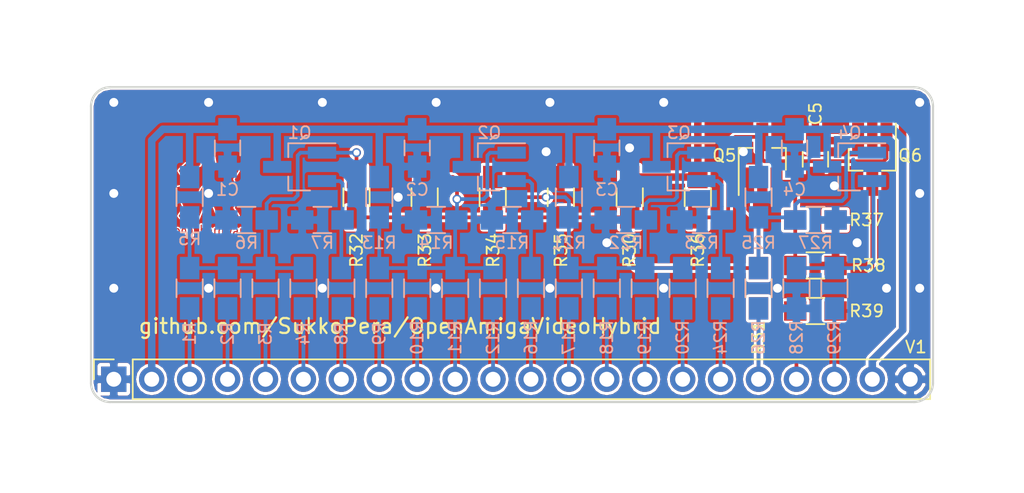
<source format=kicad_pcb>
(kicad_pcb (version 4) (host pcbnew 4.0.7)
  (title_block (title OpenAmigaVideoHybrid) (date 2018-07-15) (rev 1) (company SukkoPera))
  (layers (0 F.Cu mixed) (31 B.Cu mixed) (36 B.SilkS user) (37 F.SilkS user) (38 B.Mask user) (39 F.Mask user) (44 Edge.Cuts user))
  (net 0 "")
  (net 1 VCC)
  (net 2 GND)
  (net 3 /dr3)
  (net 4 /dr2)
  (net 5 /dr1)
  (net 6 /dr0)
  (net 7 /red)
  (net 8 /dg3)
  (net 9 /dg2)
  (net 10 /dg1)
  (net 11 /dg0)
  (net 12 /green)
  (net 13 /db3)
  (net 14 /db2)
  (net 15 /db1)
  (net 16 /db0)
  (net 17 /blue)
  (net 18 /csync)
  (net 19 /comp)
  (net 20 /sync)
  (net 21 "Net-(Q1-Pad1)")
  (net 22 "Net-(Q1-Pad2)")
  (net 23 "Net-(Q2-Pad1)")
  (net 24 "Net-(Q2-Pad2)")
  (net 25 "Net-(Q3-Pad1)")
  (net 26 "Net-(Q3-Pad2)")
  (net 27 "Net-(Q4-Pad1)")
  (net 28 "Net-(Q4-Pad2)")
  (net 29 "Net-(Q5-Pad1)")
  (net 30 "Net-(Q5-Pad2)")
  (net 31 "Net-(Q5-Pad3)")
  (net 32 "Net-(Q6-Pad3)")
  (module Capacitors_SMD:C_0805_HandSoldering (layer B.Cu) (at 127 108.966 270)
    (fp_text reference C1 (at 2.794 0 360) (layer B.SilkS) (effects (font (size 0.8 0.8) (thickness 0.12)) (justify mirror)))
    (fp_text value 100n)
    (pad 1 smd rect (at -1.25 0 270) (size 1.5 1.25) (layers B.Cu B.Mask) (net 1 VCC))
    (pad 2 smd rect (at 1.25 0 270) (size 1.5 1.25) (layers B.Cu B.Mask) (net 2 GND))
  )
  (module Capacitors_SMD:C_0805_HandSoldering (layer B.Cu) (at 139.7 108.966 270)
    (fp_text reference C2 (at 2.794 0 360) (layer B.SilkS) (effects (font (size 0.8 0.8) (thickness 0.12)) (justify mirror)))
    (fp_text value 100n)
    (pad 1 smd rect (at -1.25 0 270) (size 1.5 1.25) (layers B.Cu B.Mask) (net 1 VCC))
    (pad 2 smd rect (at 1.25 0 270) (size 1.5 1.25) (layers B.Cu B.Mask) (net 2 GND))
  )
  (module Capacitors_SMD:C_0805_HandSoldering (layer B.Cu) (at 152.4 108.966 270)
    (fp_text reference C3 (at 2.794 0 360) (layer B.SilkS) (effects (font (size 0.8 0.8) (thickness 0.12)) (justify mirror)))
    (fp_text value 100n)
    (pad 1 smd rect (at -1.25 0 270) (size 1.5 1.25) (layers B.Cu B.Mask) (net 1 VCC))
    (pad 2 smd rect (at 1.25 0 270) (size 1.5 1.25) (layers B.Cu B.Mask) (net 2 GND))
  )
  (module Capacitors_SMD:C_0805_HandSoldering (layer B.Cu) (at 164.973 108.966 270)
    (fp_text reference C4 (at 2.794 0 360) (layer B.SilkS) (effects (font (size 0.8 0.8) (thickness 0.12)) (justify mirror)))
    (fp_text value 100n)
    (pad 1 smd rect (at -1.25 0 270) (size 1.5 1.25) (layers B.Cu B.Mask) (net 1 VCC))
    (pad 2 smd rect (at 1.25 0 270) (size 1.5 1.25) (layers B.Cu B.Mask) (net 2 GND))
  )
  (module Capacitors_SMD:C_0805_HandSoldering (layer F.Cu) (at 166.37 109.728 270)
    (fp_text reference C5 (at -3.048 0 270) (layer F.SilkS) (effects (font (size 0.8 0.8) (thickness 0.12))))
    (fp_text value 100n)
    (pad 1 smd rect (at -1.25 0 270) (size 1.5 1.25) (layers F.Cu F.Mask) (net 1 VCC))
    (pad 2 smd rect (at 1.25 0 270) (size 1.5 1.25) (layers F.Cu F.Mask) (net 2 GND))
  )
  (module Resistors_SMD:R_0805_HandSoldering (layer B.Cu) (at 124.46 118.364 270)
    (fp_text reference R1 (at 3.048 0 270) (layer B.SilkS) (effects (font (size 0.8 0.8) (thickness 0.12)) (justify mirror)))
    (fp_text value 1k)
    (pad 1 smd rect (at -1.35 0 270) (size 1.5 1.3) (layers B.Cu B.Mask) (net 22 "Net-(Q1-Pad2)"))
    (pad 2 smd rect (at 1.35 0 270) (size 1.5 1.3) (layers B.Cu B.Mask) (net 3 /dr3))
  )
  (module Resistors_SMD:R_0805_HandSoldering (layer B.Cu) (at 127 118.364 270)
    (fp_text reference R2 (at 3.048 0 270) (layer B.SilkS) (effects (font (size 0.8 0.8) (thickness 0.12)) (justify mirror)))
    (fp_text value 2k)
    (pad 1 smd rect (at -1.35 0 270) (size 1.5 1.3) (layers B.Cu B.Mask) (net 22 "Net-(Q1-Pad2)"))
    (pad 2 smd rect (at 1.35 0 270) (size 1.5 1.3) (layers B.Cu B.Mask) (net 4 /dr2))
  )
  (module Resistors_SMD:R_0805_HandSoldering (layer B.Cu) (at 129.54 118.364 270)
    (fp_text reference R3 (at 3.048 0 270) (layer B.SilkS) (effects (font (size 0.8 0.8) (thickness 0.12)) (justify mirror)))
    (fp_text value 4k)
    (pad 1 smd rect (at -1.35 0 270) (size 1.5 1.3) (layers B.Cu B.Mask) (net 22 "Net-(Q1-Pad2)"))
    (pad 2 smd rect (at 1.35 0 270) (size 1.5 1.3) (layers B.Cu B.Mask) (net 5 /dr1))
  )
  (module Resistors_SMD:R_0805_HandSoldering (layer B.Cu) (at 132.08 118.364 270)
    (fp_text reference R4 (at 3.048 0 270) (layer B.SilkS) (effects (font (size 0.8 0.8) (thickness 0.12)) (justify mirror)))
    (fp_text value 8k)
    (pad 1 smd rect (at -1.35 0 270) (size 1.5 1.3) (layers B.Cu B.Mask) (net 22 "Net-(Q1-Pad2)"))
    (pad 2 smd rect (at 1.35 0 270) (size 1.5 1.3) (layers B.Cu B.Mask) (net 6 /dr0))
  )
  (module Resistors_SMD:R_0805_HandSoldering (layer B.Cu) (at 124.46 112.268 270)
    (fp_text reference R5 (at 2.794 0 360) (layer B.SilkS) (effects (font (size 0.8 0.8) (thickness 0.12)) (justify mirror)))
    (fp_text value 470)
    (pad 1 smd rect (at -1.35 0 270) (size 1.5 1.3) (layers B.Cu B.Mask) (net 1 VCC))
    (pad 2 smd rect (at 1.35 0 270) (size 1.5 1.3) (layers B.Cu B.Mask) (net 22 "Net-(Q1-Pad2)"))
  )
  (module Resistors_SMD:R_0805_HandSoldering (layer B.Cu) (at 128.27 113.792 180)
    (fp_text reference R6 (at 0 -1.524 180) (layer B.SilkS) (effects (font (size 0.8 0.8) (thickness 0.12)) (justify mirror)))
    (fp_text value 390)
    (pad 1 smd rect (at -1.35 0 180) (size 1.5 1.3) (layers B.Cu B.Mask) (net 22 "Net-(Q1-Pad2)"))
    (pad 2 smd rect (at 1.35 0 180) (size 1.5 1.3) (layers B.Cu B.Mask) (net 2 GND))
  )
  (module Resistors_SMD:R_0805_HandSoldering (layer B.Cu) (at 133.35 113.792 180)
    (fp_text reference R7 (at 0 -1.524 180) (layer B.SilkS) (effects (font (size 0.8 0.8) (thickness 0.12)) (justify mirror)))
    (fp_text value 75)
    (pad 1 smd rect (at -1.35 0 180) (size 1.5 1.3) (layers B.Cu B.Mask) (net 21 "Net-(Q1-Pad1)"))
    (pad 2 smd rect (at 1.35 0 180) (size 1.5 1.3) (layers B.Cu B.Mask) (net 2 GND))
  )
  (module Resistors_SMD:R_0805_HandSoldering (layer B.Cu) (at 134.62 118.364 90)
    (fp_text reference R8 (at -3.048 0 90) (layer B.SilkS) (effects (font (size 0.8 0.8) (thickness 0.12)) (justify mirror)))
    (fp_text value 75)
    (pad 1 smd rect (at -1.35 0 90) (size 1.5 1.3) (layers B.Cu B.Mask) (net 7 /red))
    (pad 2 smd rect (at 1.35 0 90) (size 1.5 1.3) (layers B.Cu B.Mask) (net 21 "Net-(Q1-Pad1)"))
  )
  (module Resistors_SMD:R_0805_HandSoldering (layer B.Cu) (at 137.16 118.364 270)
    (fp_text reference R9 (at 3.048 0 270) (layer B.SilkS) (effects (font (size 0.8 0.8) (thickness 0.12)) (justify mirror)))
    (fp_text value 1k)
    (pad 1 smd rect (at -1.35 0 270) (size 1.5 1.3) (layers B.Cu B.Mask) (net 24 "Net-(Q2-Pad2)"))
    (pad 2 smd rect (at 1.35 0 270) (size 1.5 1.3) (layers B.Cu B.Mask) (net 8 /dg3))
  )
  (module Resistors_SMD:R_0805_HandSoldering (layer B.Cu) (at 139.7 118.364 270)
    (fp_text reference R10 (at 3.302 0 270) (layer B.SilkS) (effects (font (size 0.8 0.8) (thickness 0.12)) (justify mirror)))
    (fp_text value 2k)
    (pad 1 smd rect (at -1.35 0 270) (size 1.5 1.3) (layers B.Cu B.Mask) (net 24 "Net-(Q2-Pad2)"))
    (pad 2 smd rect (at 1.35 0 270) (size 1.5 1.3) (layers B.Cu B.Mask) (net 9 /dg2))
  )
  (module Resistors_SMD:R_0805_HandSoldering (layer B.Cu) (at 142.24 118.364 270)
    (fp_text reference R11 (at 3.302 0 270) (layer B.SilkS) (effects (font (size 0.8 0.8) (thickness 0.12)) (justify mirror)))
    (fp_text value 4k)
    (pad 1 smd rect (at -1.35 0 270) (size 1.5 1.3) (layers B.Cu B.Mask) (net 24 "Net-(Q2-Pad2)"))
    (pad 2 smd rect (at 1.35 0 270) (size 1.5 1.3) (layers B.Cu B.Mask) (net 10 /dg1))
  )
  (module Resistors_SMD:R_0805_HandSoldering (layer B.Cu) (at 144.78 118.364 270)
    (fp_text reference R12 (at 3.302 0 270) (layer B.SilkS) (effects (font (size 0.8 0.8) (thickness 0.12)) (justify mirror)))
    (fp_text value 8k)
    (pad 1 smd rect (at -1.35 0 270) (size 1.5 1.3) (layers B.Cu B.Mask) (net 24 "Net-(Q2-Pad2)"))
    (pad 2 smd rect (at 1.35 0 270) (size 1.5 1.3) (layers B.Cu B.Mask) (net 11 /dg0))
  )
  (module Resistors_SMD:R_0805_HandSoldering (layer B.Cu) (at 137.16 112.268 270)
    (fp_text reference R13 (at 3.048 0 360) (layer B.SilkS) (effects (font (size 0.8 0.8) (thickness 0.12)) (justify mirror)))
    (fp_text value 470)
    (pad 1 smd rect (at -1.35 0 270) (size 1.5 1.3) (layers B.Cu B.Mask) (net 1 VCC))
    (pad 2 smd rect (at 1.35 0 270) (size 1.5 1.3) (layers B.Cu B.Mask) (net 24 "Net-(Q2-Pad2)"))
  )
  (module Resistors_SMD:R_0805_HandSoldering (layer B.Cu) (at 140.97 113.792 180)
    (fp_text reference R14 (at 0 -1.524 180) (layer B.SilkS) (effects (font (size 0.8 0.8) (thickness 0.12)) (justify mirror)))
    (fp_text value 390)
    (pad 1 smd rect (at -1.35 0 180) (size 1.5 1.3) (layers B.Cu B.Mask) (net 24 "Net-(Q2-Pad2)"))
    (pad 2 smd rect (at 1.35 0 180) (size 1.5 1.3) (layers B.Cu B.Mask) (net 2 GND))
  )
  (module Resistors_SMD:R_0805_HandSoldering (layer B.Cu) (at 146.05 113.792 180)
    (fp_text reference R15 (at 0 -1.524 180) (layer B.SilkS) (effects (font (size 0.8 0.8) (thickness 0.12)) (justify mirror)))
    (fp_text value 75)
    (pad 1 smd rect (at -1.35 0 180) (size 1.5 1.3) (layers B.Cu B.Mask) (net 23 "Net-(Q2-Pad1)"))
    (pad 2 smd rect (at 1.35 0 180) (size 1.5 1.3) (layers B.Cu B.Mask) (net 2 GND))
  )
  (module Resistors_SMD:R_0805_HandSoldering (layer B.Cu) (at 147.32 118.364 90)
    (fp_text reference R16 (at -3.302 0 90) (layer B.SilkS) (effects (font (size 0.8 0.8) (thickness 0.12)) (justify mirror)))
    (fp_text value 75)
    (pad 1 smd rect (at -1.35 0 90) (size 1.5 1.3) (layers B.Cu B.Mask) (net 12 /green))
    (pad 2 smd rect (at 1.35 0 90) (size 1.5 1.3) (layers B.Cu B.Mask) (net 23 "Net-(Q2-Pad1)"))
  )
  (module Resistors_SMD:R_0805_HandSoldering (layer B.Cu) (at 149.86 118.364 270)
    (fp_text reference R17 (at 3.302 0 270) (layer B.SilkS) (effects (font (size 0.8 0.8) (thickness 0.12)) (justify mirror)))
    (fp_text value 1k)
    (pad 1 smd rect (at -1.35 0 270) (size 1.5 1.3) (layers B.Cu B.Mask) (net 26 "Net-(Q3-Pad2)"))
    (pad 2 smd rect (at 1.35 0 270) (size 1.5 1.3) (layers B.Cu B.Mask) (net 13 /db3))
  )
  (module Resistors_SMD:R_0805_HandSoldering (layer B.Cu) (at 152.4 118.364 270)
    (fp_text reference R18 (at 3.302 0 270) (layer B.SilkS) (effects (font (size 0.8 0.8) (thickness 0.12)) (justify mirror)))
    (fp_text value 2k)
    (pad 1 smd rect (at -1.35 0 270) (size 1.5 1.3) (layers B.Cu B.Mask) (net 26 "Net-(Q3-Pad2)"))
    (pad 2 smd rect (at 1.35 0 270) (size 1.5 1.3) (layers B.Cu B.Mask) (net 14 /db2))
  )
  (module Resistors_SMD:R_0805_HandSoldering (layer B.Cu) (at 154.94 118.364 270)
    (fp_text reference R19 (at 3.302 0 270) (layer B.SilkS) (effects (font (size 0.8 0.8) (thickness 0.12)) (justify mirror)))
    (fp_text value 4k)
    (pad 1 smd rect (at -1.35 0 270) (size 1.5 1.3) (layers B.Cu B.Mask) (net 26 "Net-(Q3-Pad2)"))
    (pad 2 smd rect (at 1.35 0 270) (size 1.5 1.3) (layers B.Cu B.Mask) (net 15 /db1))
  )
  (module Resistors_SMD:R_0805_HandSoldering (layer B.Cu) (at 157.48 118.364 270)
    (fp_text reference R20 (at 3.302 0 270) (layer B.SilkS) (effects (font (size 0.8 0.8) (thickness 0.12)) (justify mirror)))
    (fp_text value 8k)
    (pad 1 smd rect (at -1.35 0 270) (size 1.5 1.3) (layers B.Cu B.Mask) (net 26 "Net-(Q3-Pad2)"))
    (pad 2 smd rect (at 1.35 0 270) (size 1.5 1.3) (layers B.Cu B.Mask) (net 16 /db0))
  )
  (module Resistors_SMD:R_0805_HandSoldering (layer B.Cu) (at 149.86 112.268 270)
    (fp_text reference R21 (at 3.048 0 360) (layer B.SilkS) (effects (font (size 0.8 0.8) (thickness 0.12)) (justify mirror)))
    (fp_text value 470)
    (pad 1 smd rect (at -1.35 0 270) (size 1.5 1.3) (layers B.Cu B.Mask) (net 1 VCC))
    (pad 2 smd rect (at 1.35 0 270) (size 1.5 1.3) (layers B.Cu B.Mask) (net 26 "Net-(Q3-Pad2)"))
  )
  (module Resistors_SMD:R_0805_HandSoldering (layer B.Cu) (at 153.67 113.792 180)
    (fp_text reference R22 (at 0 -1.524 180) (layer B.SilkS) (effects (font (size 0.8 0.8) (thickness 0.12)) (justify mirror)))
    (fp_text value 390)
    (pad 1 smd rect (at -1.35 0 180) (size 1.5 1.3) (layers B.Cu B.Mask) (net 26 "Net-(Q3-Pad2)"))
    (pad 2 smd rect (at 1.35 0 180) (size 1.5 1.3) (layers B.Cu B.Mask) (net 2 GND))
  )
  (module Resistors_SMD:R_0805_HandSoldering (layer B.Cu) (at 158.75 113.792 180)
    (fp_text reference R23 (at 0 -1.524 180) (layer B.SilkS) (effects (font (size 0.8 0.8) (thickness 0.12)) (justify mirror)))
    (fp_text value 75)
    (pad 1 smd rect (at -1.35 0 180) (size 1.5 1.3) (layers B.Cu B.Mask) (net 25 "Net-(Q3-Pad1)"))
    (pad 2 smd rect (at 1.35 0 180) (size 1.5 1.3) (layers B.Cu B.Mask) (net 2 GND))
  )
  (module Resistors_SMD:R_0805_HandSoldering (layer B.Cu) (at 160.02 118.364 90)
    (fp_text reference R24 (at -3.302 0 270) (layer B.SilkS) (effects (font (size 0.8 0.8) (thickness 0.12)) (justify mirror)))
    (fp_text value 75)
    (pad 1 smd rect (at -1.35 0 90) (size 1.5 1.3) (layers B.Cu B.Mask) (net 17 /blue))
    (pad 2 smd rect (at 1.35 0 90) (size 1.5 1.3) (layers B.Cu B.Mask) (net 25 "Net-(Q3-Pad1)"))
  )
  (module Resistors_SMD:R_0805_HandSoldering (layer B.Cu) (at 162.56 112.268 270)
    (fp_text reference R25 (at 3.048 0 360) (layer B.SilkS) (effects (font (size 0.8 0.8) (thickness 0.12)) (justify mirror)))
    (fp_text value 1k)
    (pad 1 smd rect (at -1.35 0 270) (size 1.5 1.3) (layers B.Cu B.Mask) (net 1 VCC))
    (pad 2 smd rect (at 1.35 0 270) (size 1.5 1.3) (layers B.Cu B.Mask) (net 28 "Net-(Q4-Pad2)"))
  )
  (module Resistors_SMD:R_0805_HandSoldering (layer B.Cu) (at 162.56 118.364 270)
    (fp_text reference R26 (at 3.302 0 450) (layer B.SilkS) (effects (font (size 0.8 0.8) (thickness 0.12)) (justify mirror)))
    (fp_text value 220)
    (pad 1 smd rect (at -1.35 0 270) (size 1.5 1.3) (layers B.Cu B.Mask) (net 28 "Net-(Q4-Pad2)"))
    (pad 2 smd rect (at 1.35 0 270) (size 1.5 1.3) (layers B.Cu B.Mask) (net 18 /csync))
  )
  (module Resistors_SMD:R_0805_HandSoldering (layer B.Cu) (at 166.37 113.792)
    (fp_text reference R27 (at 0 1.524 180) (layer B.SilkS) (effects (font (size 0.8 0.8) (thickness 0.12)) (justify mirror)))
    (fp_text value 27k)
    (pad 1 smd rect (at -1.35 0) (size 1.5 1.3) (layers B.Cu B.Mask) (net 28 "Net-(Q4-Pad2)"))
    (pad 2 smd rect (at 1.35 0) (size 1.5 1.3) (layers B.Cu B.Mask) (net 2 GND))
  )
  (module Resistors_SMD:R_0805_HandSoldering (layer B.Cu) (at 165.1 118.364 270)
    (fp_text reference R28 (at 3.302 0 270) (layer B.SilkS) (effects (font (size 0.8 0.8) (thickness 0.12)) (justify mirror)))
    (fp_text value 150)
    (pad 1 smd rect (at -1.35 0 270) (size 1.5 1.3) (layers B.Cu B.Mask) (net 27 "Net-(Q4-Pad1)"))
    (pad 2 smd rect (at 1.35 0 270) (size 1.5 1.3) (layers B.Cu B.Mask) (net 2 GND))
  )
  (module Resistors_SMD:R_0805_HandSoldering (layer B.Cu) (at 167.64 118.364 90)
    (fp_text reference R29 (at -3.302 0 90) (layer B.SilkS) (effects (font (size 0.8 0.8) (thickness 0.12)) (justify mirror)))
    (fp_text value 75)
    (pad 1 smd rect (at -1.35 0 90) (size 1.5 1.3) (layers B.Cu B.Mask) (net 20 /sync))
    (pad 2 smd rect (at 1.35 0 90) (size 1.5 1.3) (layers B.Cu B.Mask) (net 27 "Net-(Q4-Pad1)"))
  )
  (module Resistors_SMD:R_0805_HandSoldering (layer F.Cu) (at 153.934 112.268 270)
    (fp_text reference R30 (at 3.556 0.01 270) (layer F.SilkS) (effects (font (size 0.8 0.8) (thickness 0.12))))
    (fp_text value 90.9k)
    (pad 1 smd rect (at -1.35 0 270) (size 1.5 1.3) (layers F.Cu F.Mask) (net 1 VCC))
    (pad 2 smd rect (at 1.35 0 270) (size 1.5 1.3) (layers F.Cu F.Mask) (net 30 "Net-(Q5-Pad2)"))
  )
  (module Resistors_SMD:R_0805_HandSoldering (layer F.Cu) (at 162.56 118.364 270)
    (fp_text reference R31 (at 3.302 0 270) (layer F.SilkS) (effects (font (size 0.8 0.8) (thickness 0.12))))
    (fp_text value 37.4k)
    (pad 1 smd rect (at -1.35 0 270) (size 1.5 1.3) (layers F.Cu F.Mask) (net 30 "Net-(Q5-Pad2)"))
    (pad 2 smd rect (at 1.35 0 270) (size 1.5 1.3) (layers F.Cu F.Mask) (net 18 /csync))
  )
  (module Resistors_SMD:R_0805_HandSoldering (layer F.Cu) (at 135.636 112.268 90)
    (fp_text reference R32 (at -3.556 0 90) (layer F.SilkS) (effects (font (size 0.8 0.8) (thickness 0.12))))
    (fp_text value 13.3k)
    (pad 1 smd rect (at -1.35 0 90) (size 1.5 1.3) (layers F.Cu F.Mask) (net 30 "Net-(Q5-Pad2)"))
    (pad 2 smd rect (at 1.35 0 90) (size 1.5 1.3) (layers F.Cu F.Mask) (net 22 "Net-(Q1-Pad2)"))
  )
  (module Resistors_SMD:R_0805_HandSoldering (layer F.Cu) (at 140.198 112.268 90)
    (fp_text reference R33 (at -3.556 0.02 90) (layer F.SilkS) (effects (font (size 0.8 0.8) (thickness 0.12))))
    (fp_text value 6.04k)
    (pad 1 smd rect (at -1.35 0 90) (size 1.5 1.3) (layers F.Cu F.Mask) (net 30 "Net-(Q5-Pad2)"))
    (pad 2 smd rect (at 1.35 0 90) (size 1.5 1.3) (layers F.Cu F.Mask) (net 24 "Net-(Q2-Pad2)"))
  )
  (module Resistors_SMD:R_0805_HandSoldering (layer F.Cu) (at 144.76 112.268 90)
    (fp_text reference R34 (at -3.556 0.03 90) (layer F.SilkS) (effects (font (size 0.8 0.8) (thickness 0.12))))
    (fp_text value 37.4k)
    (pad 1 smd rect (at -1.35 0 90) (size 1.5 1.3) (layers F.Cu F.Mask) (net 30 "Net-(Q5-Pad2)"))
    (pad 2 smd rect (at 1.35 0 90) (size 1.5 1.3) (layers F.Cu F.Mask) (net 26 "Net-(Q3-Pad2)"))
  )
  (module Resistors_SMD:R_0805_HandSoldering (layer F.Cu) (at 149.322 112.268 90)
    (fp_text reference R35 (at -3.556 0.01 90) (layer F.SilkS) (effects (font (size 0.8 0.8) (thickness 0.12))))
    (fp_text value 19.6k)
    (pad 1 smd rect (at -1.35 0 90) (size 1.5 1.3) (layers F.Cu F.Mask) (net 30 "Net-(Q5-Pad2)"))
    (pad 2 smd rect (at 1.35 0 90) (size 1.5 1.3) (layers F.Cu F.Mask) (net 2 GND))
  )
  (module Resistors_SMD:R_0805_HandSoldering (layer F.Cu) (at 158.496 112.268 270)
    (fp_text reference R36 (at 3.556 0 270) (layer F.SilkS) (effects (font (size 0.8 0.8) (thickness 0.12))))
    (fp_text value 220)
    (pad 1 smd rect (at -1.35 0 270) (size 1.5 1.3) (layers F.Cu F.Mask) (net 1 VCC))
    (pad 2 smd rect (at 1.35 0 270) (size 1.5 1.3) (layers F.Cu F.Mask) (net 31 "Net-(Q5-Pad3)"))
  )
  (module Resistors_SMD:R_0805_HandSoldering (layer F.Cu) (at 166.37 113.792 180)
    (fp_text reference R37 (at -3.429 0 180) (layer F.SilkS) (effects (font (size 0.8 0.8) (thickness 0.12))))
    (fp_text value 36)
    (pad 1 smd rect (at -1.35 0 180) (size 1.5 1.3) (layers F.Cu F.Mask) (net 32 "Net-(Q6-Pad3)"))
    (pad 2 smd rect (at 1.35 0 180) (size 1.5 1.3) (layers F.Cu F.Mask) (net 29 "Net-(Q5-Pad1)"))
  )
  (module Resistors_SMD:R_0805_HandSoldering (layer F.Cu) (at 166.37 116.84)
    (fp_text reference R38 (at 3.556 0) (layer F.SilkS) (effects (font (size 0.8 0.8) (thickness 0.12))))
    (fp_text value 36)
    (pad 1 smd rect (at -1.35 0) (size 1.5 1.3) (layers F.Cu F.Mask) (net 29 "Net-(Q5-Pad1)"))
    (pad 2 smd rect (at 1.35 0) (size 1.5 1.3) (layers F.Cu F.Mask) (net 2 GND))
  )
  (module Resistors_SMD:R_0805_HandSoldering (layer F.Cu) (at 166.37 119.888)
    (fp_text reference R39 (at 3.429 0) (layer F.SilkS) (effects (font (size 0.8 0.8) (thickness 0.12))))
    (fp_text value 75)
    (pad 1 smd rect (at -1.35 0) (size 1.5 1.3) (layers F.Cu F.Mask) (net 19 /comp))
    (pad 2 smd rect (at 1.35 0) (size 1.5 1.3) (layers F.Cu F.Mask) (net 32 "Net-(Q6-Pad3)"))
  )
  (module OpenAmigaVideoHybrid:2N3904_2N3906_SOT-23 (layer B.Cu) (at 131.826 110.236 180)
    (fp_text reference Q1 (at 0 2.286 360) (layer B.SilkS) (effects (font (size 0.8 0.8) (thickness 0.12)) (justify mirror)))
    (fp_text value 2N3904)
    (pad 2 smd rect (at -1.5 0.95 180) (size 1.9 0.8) (layers B.Cu B.Mask) (net 22 "Net-(Q1-Pad2)"))
    (pad 1 smd rect (at -1.5 -0.95 180) (size 1.9 0.8) (layers B.Cu B.Mask) (net 21 "Net-(Q1-Pad1)"))
    (pad 3 smd rect (at 1.5 0 180) (size 1.9 0.8) (layers B.Cu B.Mask) (net 1 VCC))
  )
  (module OpenAmigaVideoHybrid:2N3904_2N3906_SOT-23 (layer B.Cu) (at 144.526 110.236 180)
    (fp_text reference Q2 (at 0 2.286 360) (layer B.SilkS) (effects (font (size 0.8 0.8) (thickness 0.12)) (justify mirror)))
    (fp_text value 2N3904)
    (pad 2 smd rect (at -1.5 0.95 180) (size 1.9 0.8) (layers B.Cu B.Mask) (net 24 "Net-(Q2-Pad2)"))
    (pad 1 smd rect (at -1.5 -0.95 180) (size 1.9 0.8) (layers B.Cu B.Mask) (net 23 "Net-(Q2-Pad1)"))
    (pad 3 smd rect (at 1.5 0 180) (size 1.9 0.8) (layers B.Cu B.Mask) (net 1 VCC))
  )
  (module OpenAmigaVideoHybrid:2N3904_2N3906_SOT-23 (layer B.Cu) (at 157.226 110.236 180)
    (fp_text reference Q3 (at 0 2.286 360) (layer B.SilkS) (effects (font (size 0.8 0.8) (thickness 0.12)) (justify mirror)))
    (fp_text value 2N3904)
    (pad 2 smd rect (at -1.5 0.95 180) (size 1.9 0.8) (layers B.Cu B.Mask) (net 26 "Net-(Q3-Pad2)"))
    (pad 1 smd rect (at -1.5 -0.95 180) (size 1.9 0.8) (layers B.Cu B.Mask) (net 25 "Net-(Q3-Pad1)"))
    (pad 3 smd rect (at 1.5 0 180) (size 1.9 0.8) (layers B.Cu B.Mask) (net 1 VCC))
  )
  (module OpenAmigaVideoHybrid:2N3904_2N3906_SOT-23 (layer B.Cu) (at 168.656 110.236 180)
    (fp_text reference Q4 (at 0 2.286 360) (layer B.SilkS) (effects (font (size 0.8 0.8) (thickness 0.12)) (justify mirror)))
    (fp_text value 2N3904)
    (pad 2 smd rect (at -1.5 0.95 180) (size 1.9 0.8) (layers B.Cu B.Mask) (net 28 "Net-(Q4-Pad2)"))
    (pad 1 smd rect (at -1.5 -0.95 180) (size 1.9 0.8) (layers B.Cu B.Mask) (net 27 "Net-(Q4-Pad1)"))
    (pad 3 smd rect (at 1.5 0 180) (size 1.9 0.8) (layers B.Cu B.Mask) (net 1 VCC))
  )
  (module OpenAmigaVideoHybrid:2N3904_2N3906_SOT-23 (layer F.Cu) (at 162.814 109.728 90)
    (fp_text reference Q5 (at 0.254 -2.54 180) (layer F.SilkS) (effects (font (size 0.8 0.8) (thickness 0.12))))
    (fp_text value 2N3904)
    (pad 2 smd rect (at -1.5 -0.95 90) (size 1.9 0.8) (layers F.Cu F.Mask) (net 30 "Net-(Q5-Pad2)"))
    (pad 1 smd rect (at -1.5 0.95 90) (size 1.9 0.8) (layers F.Cu F.Mask) (net 29 "Net-(Q5-Pad1)"))
    (pad 3 smd rect (at 1.5 0 90) (size 1.9 0.8) (layers F.Cu F.Mask) (net 31 "Net-(Q5-Pad3)"))
  )
  (module OpenAmigaVideoHybrid:2N3904_2N3906_SOT-23 (layer F.Cu) (at 170.18 109.728 270)
    (fp_text reference Q6 (at -0.254 -2.54 360) (layer F.SilkS) (effects (font (size 0.8 0.8) (thickness 0.12))))
    (fp_text value 2N3906)
    (pad 2 smd rect (at -1.5 -0.95 270) (size 1.9 0.8) (layers F.Cu F.Mask) (net 31 "Net-(Q5-Pad3)"))
    (pad 1 smd rect (at -1.5 0.95 270) (size 1.9 0.8) (layers F.Cu F.Mask) (net 1 VCC))
    (pad 3 smd rect (at 1.5 0 270) (size 1.9 0.8) (layers F.Cu F.Mask) (net 32 "Net-(Q6-Pad3)"))
  )
  (module w_logo:Logo_copper_OSHW_6x6mm (layer F.Cu) (at 125.73 111.76)
    (fp_text reference J99 hide)
    (fp_text value OSHW_LOGO hide)
    (fp_line (start 2.16 2.62) (end 2.16 3.08) (layer F.Cu) (width 0.075))
    (fp_line (start 2.25 2.62) (end 2.3 2.62) (layer F.Cu) (width 0.075))
    (fp_line (start 2.2 2.65) (end 2.25 2.62) (layer F.Cu) (width 0.075))
    (fp_line (start 2.18 2.67) (end 2.2 2.65) (layer F.Cu) (width 0.075))
    (fp_line (start 2.16 2.74) (end 2.18 2.67) (layer F.Cu) (width 0.075))
    (fp_line (start 2.6 3.08) (end 2.65 3.05) (layer F.Cu) (width 0.075))
    (fp_line (start 2.5 3.08) (end 2.6 3.08) (layer F.Cu) (width 0.075))
    (fp_line (start 2.46 3.05) (end 2.5 3.08) (layer F.Cu) (width 0.075))
    (fp_line (start 2.44 2.98) (end 2.46 3.05) (layer F.Cu) (width 0.075))
    (fp_line (start 2.44 2.71) (end 2.44 2.98) (layer F.Cu) (width 0.075))
    (fp_line (start 2.47 2.65) (end 2.44 2.71) (layer F.Cu) (width 0.075))
    (fp_line (start 2.51 2.62) (end 2.47 2.65) (layer F.Cu) (width 0.075))
    (fp_line (start 2.61 2.62) (end 2.51 2.62) (layer F.Cu) (width 0.075))
    (fp_line (start 2.65 2.66) (end 2.61 2.62) (layer F.Cu) (width 0.075))
    (fp_line (start 2.67 2.73) (end 2.65 2.66) (layer F.Cu) (width 0.075))
    (fp_line (start 2.67 2.85) (end 2.67 2.73) (layer F.Cu) (width 0.075))
    (fp_line (start 2.67 2.85) (end 2.44 2.85) (layer F.Cu) (width 0.075))
    (fp_line (start 1.92 2.71) (end 1.92 3.08) (layer F.Cu) (width 0.075))
    (fp_line (start 1.89 2.65) (end 1.92 2.71) (layer F.Cu) (width 0.075))
    (fp_line (start 1.85 2.62) (end 1.89 2.65) (layer F.Cu) (width 0.075))
    (fp_line (start 1.75 2.62) (end 1.85 2.62) (layer F.Cu) (width 0.075))
    (fp_line (start 1.7 2.65) (end 1.75 2.62) (layer F.Cu) (width 0.075))
    (fp_line (start 1.76 2.81) (end 1.71 2.84) (layer F.Cu) (width 0.075))
    (fp_line (start 1.88 2.81) (end 1.76 2.81) (layer F.Cu) (width 0.075))
    (fp_line (start 1.92 2.78) (end 1.88 2.81) (layer F.Cu) (width 0.075))
    (fp_line (start 1.87 3.08) (end 1.92 3.04) (layer F.Cu) (width 0.075))
    (fp_line (start 1.75 3.08) (end 1.87 3.08) (layer F.Cu) (width 0.075))
    (fp_line (start 1.7 3.04) (end 1.75 3.08) (layer F.Cu) (width 0.075))
    (fp_line (start 1.68 2.98) (end 1.7 3.04) (layer F.Cu) (width 0.075))
    (fp_line (start 1.68 2.91) (end 1.68 2.98) (layer F.Cu) (width 0.075))
    (fp_line (start 1.71 2.84) (end 1.68 2.91) (layer F.Cu) (width 0.075))
    (fp_line (start 1.13 2.62) (end 1.23 3.08) (layer F.Cu) (width 0.075))
    (fp_line (start 1.23 3.08) (end 1.32 2.74) (layer F.Cu) (width 0.075))
    (fp_line (start 1.32 2.74) (end 1.42 3.08) (layer F.Cu) (width 0.075))
    (fp_line (start 1.42 3.08) (end 1.52 2.62) (layer F.Cu) (width 0.075))
    (fp_line (start 0.94 3.05) (end 0.9 3.08) (layer F.Cu) (width 0.075))
    (fp_line (start 0.9 3.08) (end 0.79 3.08) (layer F.Cu) (width 0.075))
    (fp_line (start 0.79 3.08) (end 0.75 3.05) (layer F.Cu) (width 0.075))
    (fp_line (start 0.75 3.05) (end 0.73 3.02) (layer F.Cu) (width 0.075))
    (fp_line (start 0.73 3.02) (end 0.7 2.95) (layer F.Cu) (width 0.075))
    (fp_line (start 0.7 2.95) (end 0.7 2.75) (layer F.Cu) (width 0.075))
    (fp_line (start 0.7 2.75) (end 0.73 2.68) (layer F.Cu) (width 0.075))
    (fp_line (start 0.73 2.68) (end 0.75 2.65) (layer F.Cu) (width 0.075))
    (fp_line (start 0.75 2.65) (end 0.81 2.61) (layer F.Cu) (width 0.075))
    (fp_line (start 0.81 2.61) (end 0.88 2.61) (layer F.Cu) (width 0.075))
    (fp_line (start 0.88 2.61) (end 0.94 2.65) (layer F.Cu) (width 0.075))
    (fp_line (start 0.94 2.38) (end 0.94 3.08) (layer F.Cu) (width 0.075))
    (fp_line (start 0.42 2.74) (end 0.44 2.67) (layer F.Cu) (width 0.075))
    (fp_line (start 0.44 2.67) (end 0.46 2.65) (layer F.Cu) (width 0.075))
    (fp_line (start 0.46 2.65) (end 0.51 2.62) (layer F.Cu) (width 0.075))
    (fp_line (start 0.51 2.62) (end 0.56 2.62) (layer F.Cu) (width 0.075))
    (fp_line (start 0.42 2.62) (end 0.42 3.08) (layer F.Cu) (width 0.075))
    (fp_line (start -0.03 2.84) (end -0.06 2.91) (layer F.Cu) (width 0.075))
    (fp_line (start -0.06 2.91) (end -0.06 2.98) (layer F.Cu) (width 0.075))
    (fp_line (start -0.06 2.98) (end -0.04 3.04) (layer F.Cu) (width 0.075))
    (fp_line (start -0.04 3.04) (end 0.01 3.08) (layer F.Cu) (width 0.075))
    (fp_line (start 0.01 3.08) (end 0.13 3.08) (layer F.Cu) (width 0.075))
    (fp_line (start 0.13 3.08) (end 0.18 3.04) (layer F.Cu) (width 0.075))
    (fp_line (start 0.18 2.78) (end 0.14 2.81) (layer F.Cu) (width 0.075))
    (fp_line (start 0.14 2.81) (end 0.02 2.81) (layer F.Cu) (width 0.075))
    (fp_line (start 0.02 2.81) (end -0.03 2.84) (layer F.Cu) (width 0.075))
    (fp_line (start -0.04 2.65) (end 0.01 2.62) (layer F.Cu) (width 0.075))
    (fp_line (start 0.01 2.62) (end 0.11 2.62) (layer F.Cu) (width 0.075))
    (fp_line (start 0.11 2.62) (end 0.15 2.65) (layer F.Cu) (width 0.075))
    (fp_line (start 0.15 2.65) (end 0.18 2.71) (layer F.Cu) (width 0.075))
    (fp_line (start 0.18 2.71) (end 0.18 3.08) (layer F.Cu) (width 0.075))
    (fp_line (start -0.49 2.69) (end -0.47 2.65) (layer F.Cu) (width 0.075))
    (fp_line (start -0.47 2.65) (end -0.42 2.62) (layer F.Cu) (width 0.075))
    (fp_line (start -0.42 2.62) (end -0.34 2.62) (layer F.Cu) (width 0.075))
    (fp_line (start -0.34 2.62) (end -0.3 2.65) (layer F.Cu) (width 0.075))
    (fp_line (start -0.3 2.65) (end -0.28 2.71) (layer F.Cu) (width 0.075))
    (fp_line (start -0.28 2.71) (end -0.28 3.08) (layer F.Cu) (width 0.075))
    (fp_line (start -0.49 2.38) (end -0.49 3.08) (layer F.Cu) (width 0.075))
    (fp_line (start -1.54 2.85) (end -1.77 2.85) (layer F.Cu) (width 0.075))
    (fp_line (start -1.32 2.68) (end -1.3 2.65) (layer F.Cu) (width 0.075))
    (fp_line (start -1.3 2.65) (end -1.26 2.62) (layer F.Cu) (width 0.075))
    (fp_line (start -1.26 2.62) (end -1.17 2.62) (layer F.Cu) (width 0.075))
    (fp_line (start -1.17 2.62) (end -1.13 2.65) (layer F.Cu) (width 0.075))
    (fp_line (start -1.13 2.65) (end -1.11 2.71) (layer F.Cu) (width 0.075))
    (fp_line (start -1.11 2.71) (end -1.11 3.08) (layer F.Cu) (width 0.075))
    (fp_line (start -1.32 2.62) (end -1.32 3.08) (layer F.Cu) (width 0.075))
    (fp_line (start -1.54 2.85) (end -1.54 2.73) (layer F.Cu) (width 0.075))
    (fp_line (start -1.54 2.73) (end -1.56 2.66) (layer F.Cu) (width 0.075))
    (fp_line (start -1.56 2.66) (end -1.6 2.62) (layer F.Cu) (width 0.075))
    (fp_line (start -1.6 2.62) (end -1.7 2.62) (layer F.Cu) (width 0.075))
    (fp_line (start -1.7 2.62) (end -1.74 2.65) (layer F.Cu) (width 0.075))
    (fp_line (start -1.74 2.65) (end -1.77 2.71) (layer F.Cu) (width 0.075))
    (fp_line (start -1.77 2.71) (end -1.77 2.98) (layer F.Cu) (width 0.075))
    (fp_line (start -1.77 2.98) (end -1.75 3.05) (layer F.Cu) (width 0.075))
    (fp_line (start -1.75 3.05) (end -1.71 3.08) (layer F.Cu) (width 0.075))
    (fp_line (start -1.71 3.08) (end -1.61 3.08) (layer F.Cu) (width 0.075))
    (fp_line (start -1.61 3.08) (end -1.56 3.05) (layer F.Cu) (width 0.075))
    (fp_line (start -2.2 2.65) (end -2.16 2.62) (layer F.Cu) (width 0.075))
    (fp_line (start -2.16 2.62) (end -2.06 2.62) (layer F.Cu) (width 0.075))
    (fp_line (start -2.06 2.62) (end -2.02 2.65) (layer F.Cu) (width 0.075))
    (fp_line (start -2.02 2.65) (end -1.99 2.68) (layer F.Cu) (width 0.075))
    (fp_line (start -1.99 2.68) (end -1.97 2.74) (layer F.Cu) (width 0.075))
    (fp_line (start -1.97 2.74) (end -1.97 2.96) (layer F.Cu) (width 0.075))
    (fp_line (start -1.97 2.96) (end -1.99 3.02) (layer F.Cu) (width 0.075))
    (fp_line (start -1.99 3.02) (end -2.01 3.05) (layer F.Cu) (width 0.075))
    (fp_line (start -2.01 3.05) (end -2.05 3.08) (layer F.Cu) (width 0.075))
    (fp_line (start -2.05 3.08) (end -2.15 3.08) (layer F.Cu) (width 0.075))
    (fp_line (start -2.15 3.08) (end -2.2 3.05) (layer F.Cu) (width 0.075))
    (fp_line (start -2.2 3.32) (end -2.2 2.62) (layer F.Cu) (width 0.075))
    (fp_line (start -2.51 2.62) (end -2.59 2.62) (layer F.Cu) (width 0.075))
    (fp_line (start -2.59 2.62) (end -2.63 2.65) (layer F.Cu) (width 0.075))
    (fp_line (start -2.63 2.65) (end -2.65 2.68) (layer F.Cu) (width 0.075))
    (fp_line (start -2.65 2.68) (end -2.68 2.75) (layer F.Cu) (width 0.075))
    (fp_line (start -2.59 3.08) (end -2.51 3.08) (layer F.Cu) (width 0.075))
    (fp_line (start -2.51 3.08) (end -2.46 3.05) (layer F.Cu) (width 0.075))
    (fp_line (start -2.46 3.05) (end -2.44 3.02) (layer F.Cu) (width 0.075))
    (fp_line (start -2.44 3.02) (end -2.42 2.95) (layer F.Cu) (width 0.075))
    (fp_line (start -2.42 2.95) (end -2.42 2.75) (layer F.Cu) (width 0.075))
    (fp_line (start -2.42 2.75) (end -2.44 2.69) (layer F.Cu) (width 0.075))
    (fp_line (start -2.44 2.69) (end -2.46 2.66) (layer F.Cu) (width 0.075))
    (fp_line (start -2.46 2.66) (end -2.51 2.62) (layer F.Cu) (width 0.075))
    (fp_line (start -2.68 2.75) (end -2.68 2.95) (layer F.Cu) (width 0.075))
    (fp_line (start -2.68 2.95) (end -2.66 3.01) (layer F.Cu) (width 0.075))
    (fp_line (start -2.66 3.01) (end -2.64 3.04) (layer F.Cu) (width 0.075))
    (fp_line (start -2.64 3.04) (end -2.59 3.08) (layer F.Cu) (width 0.075))
    (fp_poly (pts (xy -1.51384 2.24536) (xy -1.48844 2.23012) (xy -1.43002 2.19456) (xy -1.3462 2.13868) (xy -1.24714 2.07264) (xy -1.14808 2.0066) (xy -1.0668 1.95326) (xy -1.01092 1.91516) (xy -0.98552 1.90246) (xy -0.97282 1.90754) (xy -0.9271 1.9304) (xy -0.85852 1.96596) (xy -0.81788 1.98628) (xy -0.75692 2.01168) (xy -0.7239 2.0193) (xy -0.71882 2.00914) (xy -0.69596 1.96088) (xy -0.6604 1.8796) (xy -0.61468 1.77038) (xy -0.5588 1.64338) (xy -0.50292 1.50876) (xy -0.4445 1.36906) (xy -0.38862 1.23444) (xy -0.34036 1.11506) (xy -0.29972 1.01854) (xy -0.27432 0.94996) (xy -0.26416 0.92202) (xy -0.2667 0.9144) (xy -0.29972 0.88392) (xy -0.35306 0.84328) (xy -0.47244 0.74676) (xy -0.58928 0.60198) (xy -0.6604 0.43688) (xy -0.68326 0.25146) (xy -0.66294 0.08128) (xy -0.5969 -0.08128) (xy -0.4826 -0.2286) (xy -0.3429 -0.33782) (xy -0.18034 -0.4064) (xy 0 -0.42926) (xy 0.17272 -0.40894) (xy 0.34036 -0.3429) (xy 0.48768 -0.23114) (xy 0.55118 -0.16002) (xy 0.63754 -0.01016) (xy 0.6858 0.14732) (xy 0.69088 0.18796) (xy 0.68326 0.36322) (xy 0.63246 0.5334) (xy 0.53848 0.68326) (xy 0.40894 0.80772) (xy 0.3937 0.81788) (xy 0.33528 0.8636) (xy 0.29464 0.89408) (xy 0.26416 0.91948) (xy 0.48768 1.45796) (xy 0.52324 1.54178) (xy 0.5842 1.6891) (xy 0.63754 1.8161) (xy 0.68072 1.9177) (xy 0.7112 1.98374) (xy 0.7239 2.01168) (xy 0.7239 2.01422) (xy 0.74422 2.01676) (xy 0.78486 2.00152) (xy 0.86106 1.96596) (xy 0.90932 1.94056) (xy 0.96774 1.91262) (xy 0.99314 1.90246) (xy 1.016 1.91516) (xy 1.06934 1.95072) (xy 1.15062 2.00406) (xy 1.24714 2.06756) (xy 1.33858 2.13106) (xy 1.4224 2.18694) (xy 1.48336 2.22504) (xy 1.51384 2.24282) (xy 1.51892 2.24282) (xy 1.54432 2.22758) (xy 1.59258 2.18694) (xy 1.66624 2.11836) (xy 1.77038 2.01422) (xy 1.78562 1.99898) (xy 1.87198 1.91262) (xy 1.94056 1.83896) (xy 1.98628 1.78816) (xy 2.00406 1.7653) (xy 2.00406 1.7653) (xy 1.98882 1.73482) (xy 1.95072 1.67386) (xy 1.89484 1.5875) (xy 1.82626 1.48844) (xy 1.64846 1.22936) (xy 1.74498 0.98552) (xy 1.77546 0.90932) (xy 1.81356 0.82042) (xy 1.8415 0.75438) (xy 1.85674 0.72644) (xy 1.88214 0.71628) (xy 1.95072 0.70104) (xy 2.04724 0.68072) (xy 2.16154 0.6604) (xy 2.2733 0.64008) (xy 2.37236 0.61976) (xy 2.44348 0.60706) (xy 2.4765 0.59944) (xy 2.48412 0.59436) (xy 2.49174 0.57912) (xy 2.49428 0.5461) (xy 2.49682 0.48514) (xy 2.49936 0.39116) (xy 2.49936 0.25146) (xy 2.49936 0.23622) (xy 2.49682 0.10668) (xy 2.49428 0) (xy 2.49174 -0.06604) (xy 2.48666 -0.09398) (xy 2.48666 -0.09398) (xy 2.45618 -0.1016) (xy 2.38506 -0.11684) (xy 2.286 -0.13462) (xy 2.16662 -0.15748) (xy 2.159 -0.16002) (xy 2.04216 -0.18288) (xy 1.9431 -0.2032) (xy 1.87198 -0.21844) (xy 1.84404 -0.2286) (xy 1.83642 -0.23622) (xy 1.81356 -0.28194) (xy 1.78054 -0.3556) (xy 1.7399 -0.4445) (xy 1.7018 -0.53848) (xy 1.66878 -0.6223) (xy 1.64592 -0.68326) (xy 1.6383 -0.7112) (xy 1.64084 -0.71374) (xy 1.65862 -0.74168) (xy 1.69926 -0.80264) (xy 1.75514 -0.88646) (xy 1.82372 -0.98806) (xy 1.8288 -0.99568) (xy 1.89738 -1.09474) (xy 1.95326 -1.1811) (xy 1.98882 -1.23952) (xy 2.00406 -1.26746) (xy 2.00406 -1.27) (xy 1.9812 -1.30048) (xy 1.9304 -1.35636) (xy 1.85674 -1.43256) (xy 1.77038 -1.52146) (xy 1.74244 -1.54686) (xy 1.64338 -1.64338) (xy 1.57734 -1.70434) (xy 1.53416 -1.73736) (xy 1.51384 -1.74498) (xy 1.51384 -1.74498) (xy 1.48336 -1.7272) (xy 1.41986 -1.68656) (xy 1.33604 -1.62814) (xy 1.23444 -1.55956) (xy 1.22682 -1.55448) (xy 1.12776 -1.4859) (xy 1.04394 -1.43002) (xy 0.98552 -1.38938) (xy 0.95758 -1.37414) (xy 0.95504 -1.37414) (xy 0.9144 -1.38684) (xy 0.84328 -1.41224) (xy 0.75438 -1.44526) (xy 0.66294 -1.48336) (xy 0.57912 -1.51892) (xy 0.51562 -1.54686) (xy 0.48514 -1.56464) (xy 0.48514 -1.56464) (xy 0.47498 -1.6002) (xy 0.4572 -1.6764) (xy 0.43688 -1.778) (xy 0.41148 -1.89992) (xy 0.40894 -1.92024) (xy 0.38608 -2.03962) (xy 0.3683 -2.13868) (xy 0.35306 -2.20726) (xy 0.34544 -2.2352) (xy 0.3302 -2.23774) (xy 0.27178 -2.24282) (xy 0.18288 -2.24536) (xy 0.07366 -2.24536) (xy -0.0381 -2.24536) (xy -0.14732 -2.24282) (xy -0.2413 -2.24028) (xy -0.30988 -2.2352) (xy -0.33782 -2.23012) (xy -0.33782 -2.22758) (xy -0.34798 -2.18948) (xy -0.36576 -2.11582) (xy -0.38608 -2.01168) (xy -0.40894 -1.88976) (xy -0.41402 -1.8669) (xy -0.43688 -1.75006) (xy -0.4572 -1.651) (xy -0.4699 -1.58496) (xy -0.47752 -1.55702) (xy -0.49022 -1.55194) (xy -0.53848 -1.53162) (xy -0.61722 -1.4986) (xy -0.71628 -1.45796) (xy -0.94488 -1.36652) (xy -1.22682 -1.55702) (xy -1.25222 -1.5748) (xy -1.35382 -1.64338) (xy -1.4351 -1.69926) (xy -1.49352 -1.73736) (xy -1.51638 -1.75006) (xy -1.51892 -1.75006) (xy -1.54686 -1.72466) (xy -1.60274 -1.67132) (xy -1.67894 -1.59766) (xy -1.76784 -1.5113) (xy -1.83134 -1.44526) (xy -1.91008 -1.36652) (xy -1.95834 -1.31318) (xy -1.98628 -1.28016) (xy -1.9939 -1.25984) (xy -1.99136 -1.2446) (xy -1.97358 -1.21666) (xy -1.93294 -1.1557) (xy -1.87452 -1.06934) (xy -1.80594 -0.97028) (xy -1.75006 -0.88646) (xy -1.6891 -0.79248) (xy -1.651 -0.72644) (xy -1.63576 -0.69342) (xy -1.64084 -0.68072) (xy -1.65862 -0.62484) (xy -1.69418 -0.54102) (xy -1.73482 -0.44196) (xy -1.83388 -0.22098) (xy -1.97866 -0.19304) (xy -2.06756 -0.17526) (xy -2.18948 -0.1524) (xy -2.30886 -0.12954) (xy -2.49174 -0.09398) (xy -2.49936 0.58166) (xy -2.47142 0.59436) (xy -2.44348 0.60198) (xy -2.3749 0.61722) (xy -2.27838 0.63754) (xy -2.16154 0.65786) (xy -2.06502 0.67564) (xy -1.96596 0.69596) (xy -1.89484 0.70866) (xy -1.86436 0.71628) (xy -1.8542 0.72644) (xy -1.83134 0.7747) (xy -1.79578 0.8509) (xy -1.75514 0.94234) (xy -1.71704 1.03632) (xy -1.68148 1.12522) (xy -1.65862 1.19126) (xy -1.64846 1.22428) (xy -1.66116 1.25222) (xy -1.69926 1.31064) (xy -1.7526 1.39192) (xy -1.82118 1.49098) (xy -1.88722 1.5875) (xy -1.94564 1.67132) (xy -1.98374 1.73228) (xy -2.00152 1.76022) (xy -1.99136 1.778) (xy -1.95326 1.82626) (xy -1.8796 1.90246) (xy -1.76784 2.01168) (xy -1.75006 2.02946) (xy -1.6637 2.11328) (xy -1.59004 2.18186) (xy -1.5367 2.22758) (xy -1.51384 2.24536)) (layer F.Cu) (width 0.00254))
  )
  (module OpenAmigaVideoHybrid:Pin_Header_Straight_1x22_Pitch2.54mm (layer B.Cu) (at 119.38 124.46 270)
    (fp_text reference J1 hide)
    (fp_text value Conn_01x22)
    (pad 1 thru_hole rect (at 0 0 270) (size 1.7 1.7) (drill 1) (layers *.Cu *.Mask) (net 2 GND))
    (pad 2 thru_hole oval (at 0 -2.54 270) (size 1.7 1.7) (drill 1) (layers *.Cu *.Mask) (net 1 VCC))
    (pad 3 thru_hole oval (at 0 -5.08 270) (size 1.7 1.7) (drill 1) (layers *.Cu *.Mask) (net 3 /dr3))
    (pad 4 thru_hole oval (at 0 -7.62 270) (size 1.7 1.7) (drill 1) (layers *.Cu *.Mask) (net 4 /dr2))
    (pad 5 thru_hole oval (at 0 -10.16 270) (size 1.7 1.7) (drill 1) (layers *.Cu *.Mask) (net 5 /dr1))
    (pad 6 thru_hole oval (at 0 -12.7 270) (size 1.7 1.7) (drill 1) (layers *.Cu *.Mask) (net 6 /dr0))
    (pad 7 thru_hole oval (at 0 -15.24 270) (size 1.7 1.7) (drill 1) (layers *.Cu *.Mask) (net 7 /red))
    (pad 8 thru_hole oval (at 0 -17.78 270) (size 1.7 1.7) (drill 1) (layers *.Cu *.Mask) (net 8 /dg3))
    (pad 9 thru_hole oval (at 0 -20.32 270) (size 1.7 1.7) (drill 1) (layers *.Cu *.Mask) (net 9 /dg2))
    (pad 10 thru_hole oval (at 0 -22.86 270) (size 1.7 1.7) (drill 1) (layers *.Cu *.Mask) (net 10 /dg1))
    (pad 11 thru_hole oval (at 0 -25.4 270) (size 1.7 1.7) (drill 1) (layers *.Cu *.Mask) (net 11 /dg0))
    (pad 12 thru_hole oval (at 0 -27.94 270) (size 1.7 1.7) (drill 1) (layers *.Cu *.Mask) (net 12 /green))
    (pad 13 thru_hole oval (at 0 -30.48 270) (size 1.7 1.7) (drill 1) (layers *.Cu *.Mask) (net 13 /db3))
    (pad 14 thru_hole oval (at 0 -33.02 270) (size 1.7 1.7) (drill 1) (layers *.Cu *.Mask) (net 14 /db2))
    (pad 15 thru_hole oval (at 0 -35.56 270) (size 1.7 1.7) (drill 1) (layers *.Cu *.Mask) (net 15 /db1))
    (pad 16 thru_hole oval (at 0 -38.1 270) (size 1.7 1.7) (drill 1) (layers *.Cu *.Mask) (net 16 /db0))
    (pad 17 thru_hole oval (at 0 -40.64 270) (size 1.7 1.7) (drill 1) (layers *.Cu *.Mask) (net 17 /blue))
    (pad 18 thru_hole oval (at 0 -43.18 270) (size 1.7 1.7) (drill 1) (layers *.Cu *.Mask) (net 18 /csync))
    (pad 19 thru_hole oval (at 0 -45.72 270) (size 1.7 1.7) (drill 1) (layers *.Cu *.Mask) (net 19 /comp))
    (pad 20 thru_hole oval (at 0 -48.26 270) (size 1.7 1.7) (drill 1) (layers *.Cu *.Mask) (net 20 /sync))
    (pad 21 thru_hole oval (at 0 -50.8 270) (size 1.7 1.7) (drill 1) (layers *.Cu *.Mask) (net 1 VCC))
    (pad 22 thru_hole oval (at 0 -53.34 270) (size 1.7 1.7) (drill 1) (layers *.Cu *.Mask) (net 2 GND))
  )
  (gr_text V1 (at 173.101 122.301) (layer F.SilkS) (effects (font (size 0.8 0.8) (thickness 0.12))))
  (gr_text github.com/SukkoPera/OpenAmigaVideoHybrid (at 138.557 120.904) (layer F.SilkS) (effects (font (size 1 1))))
  (gr_arc (start 172.974 124.714) (end 174.244 124.714) (angle 90) (layer Edge.Cuts) (width 0.15))
  (gr_arc (start 119.126 124.714) (end 119.126 125.984) (angle 90) (layer Edge.Cuts) (width 0.15))
  (gr_arc (start 172.974 106.172) (end 172.974 104.902) (angle 90) (layer Edge.Cuts) (width 0.15))
  (gr_arc (start 119.126 106.172) (end 117.856 106.172) (angle 90) (layer Edge.Cuts) (width 0.15))
  (gr_line (start 174.244 106.172) (end 174.244 124.714) (layer Edge.Cuts) (width 0.15))
  (gr_line (start 119.126 104.902) (end 172.974 104.902) (layer Edge.Cuts) (width 0.15))
  (gr_line (start 117.856 124.714) (end 117.856 106.172) (layer Edge.Cuts) (width 0.15))
  (gr_line (start 172.974 125.984) (end 119.126 125.984) (layer Edge.Cuts) (width 0.15))
  (segment (start 124.46 107.72) (end 125.2855 107.72) (width 0.5) (layer B.Cu) (net 1))
  (segment (start 125.2855 107.72) (end 130.048 107.72) (width 0.5) (layer B.Cu) (net 1))
  (segment (start 127 107.716) (end 125.2895 107.716) (width 0.5) (layer B.Cu) (net 1))
  (segment (start 125.2895 107.716) (end 125.2855 107.72) (width 0.5) (layer B.Cu) (net 1))
  (segment (start 130.048 107.72) (end 130.3655 107.72) (width 0.5) (layer B.Cu) (net 1))
  (segment (start 130.3655 107.72) (end 132.45 107.72) (width 0.5) (layer B.Cu) (net 1))
  (segment (start 130.326 110.236) (end 130.326 107.7595) (width 0.5) (layer B.Cu) (net 1))
  (segment (start 130.326 107.7595) (end 130.3655 107.72) (width 0.5) (layer B.Cu) (net 1))
  (segment (start 122.658 107.72) (end 124.46 107.72) (width 0.5) (layer B.Cu) (net 1))
  (segment (start 124.46 110.918) (end 124.46 107.72) (width 0.5) (layer B.Cu) (net 1))
  (segment (start 168.91 107.72) (end 167.259 107.72) (width 0.5) (layer B.Cu) (net 1))
  (segment (start 167.259 107.72) (end 164.977 107.72) (width 0.5) (layer B.Cu) (net 1))
  (segment (start 167.156 107.823) (end 167.259 107.72) (width 0.5) (layer B.Cu) (net 1))
  (segment (start 167.156 110.236) (end 167.156 107.823) (width 0.5) (layer B.Cu) (net 1))
  (segment (start 139.7 107.72) (end 142.875 107.72) (width 0.5) (layer B.Cu) (net 1))
  (segment (start 142.875 107.72) (end 146.05 107.72) (width 0.5) (layer B.Cu) (net 1))
  (segment (start 143.026 107.871) (end 142.875 107.72) (width 0.5) (layer B.Cu) (net 1))
  (segment (start 143.026 110.236) (end 143.026 107.871) (width 0.5) (layer B.Cu) (net 1))
  (segment (start 155.702 107.72) (end 158.75 107.72) (width 0.5) (layer B.Cu) (net 1))
  (segment (start 155.321 107.72) (end 155.702 107.72) (width 0.5) (layer B.Cu) (net 1))
  (segment (start 155.702 107.72) (end 155.726 107.744) (width 0.5) (layer B.Cu) (net 1))
  (segment (start 155.726 107.744) (end 155.726 110.236) (width 0.5) (layer B.Cu) (net 1))
  (segment (start 152.4 107.72) (end 155.321 107.72) (width 0.5) (layer B.Cu) (net 1))
  (segment (start 168.91 107.72) (end 171.601 107.72) (width 0.5) (layer B.Cu) (net 1))
  (segment (start 171.601 107.72) (end 172.212 108.331) (width 0.5) (layer B.Cu) (net 1))
  (segment (start 172.212 108.331) (end 172.212 121.158) (width 0.5) (layer B.Cu) (net 1))
  (segment (start 172.212 121.158) (end 170.18 123.19) (width 0.5) (layer B.Cu) (net 1))
  (segment (start 170.18 123.19) (end 170.18 124.46) (width 0.5) (layer B.Cu) (net 1))
  (segment (start 164.973 107.716) (end 158.754 107.716) (width 0.5) (layer B.Cu) (net 1))
  (segment (start 158.754 107.716) (end 158.75 107.72) (width 0.5) (layer B.Cu) (net 1))
  (segment (start 164.977 107.72) (end 164.973 107.716) (width 0.5) (layer B.Cu) (net 1))
  (segment (start 146.05 107.72) (end 149.86 107.72) (width 0.5) (layer B.Cu) (net 1))
  (segment (start 149.86 109.668) (end 149.86 107.72) (width 0.5) (layer B.Cu) (net 1))
  (segment (start 149.86 107.72) (end 152.4 107.72) (width 0.5) (layer B.Cu) (net 1))
  (segment (start 149.86 110.918) (end 149.86 109.668) (width 0.5) (layer B.Cu) (net 1))
  (segment (start 133.35 107.72) (end 137.16 107.72) (width 0.5) (layer B.Cu) (net 1))
  (segment (start 137.16 107.72) (end 139.7 107.72) (width 0.5) (layer B.Cu) (net 1))
  (segment (start 137.16 110.918) (end 137.16 107.72) (width 0.5) (layer B.Cu) (net 1))
  (segment (start 121.92 112.014) (end 121.92 110.998) (width 0.5) (layer B.Cu) (net 1))
  (segment (start 121.92 110.998) (end 121.92 108.458) (width 0.5) (layer B.Cu) (net 1))
  (segment (start 121.92 108.458) (end 122.658 107.72) (width 0.5) (layer B.Cu) (net 1))
  (segment (start 166.37 108.478) (end 168.98 108.478) (width 0.5) (layer F.Cu) (net 1))
  (segment (start 168.98 108.478) (end 169.23 108.228) (width 0.5) (layer F.Cu) (net 1))
  (segment (start 159.004 106.172) (end 166.37 106.172) (width 0.5) (layer F.Cu) (net 1))
  (segment (start 166.37 106.172) (end 171.704 106.172) (width 0.5) (layer F.Cu) (net 1))
  (segment (start 166.37 108.478) (end 166.37 107.228) (width 0.5) (layer F.Cu) (net 1))
  (segment (start 166.37 107.228) (end 166.37 106.172) (width 0.5) (layer F.Cu) (net 1))
  (segment (start 170.18 123.19) (end 170.18 124.46) (width 0.5) (layer F.Cu) (net 1))
  (segment (start 172.212 106.68) (end 172.212 121.158) (width 0.5) (layer F.Cu) (net 1))
  (segment (start 158.496 110.918) (end 158.496 107.442) (width 0.5) (layer F.Cu) (net 1))
  (segment (start 172.212 121.158) (end 170.18 123.19) (width 0.5) (layer F.Cu) (net 1))
  (segment (start 158.496 107.442) (end 158.496 106.68) (width 0.5) (layer F.Cu) (net 1))
  (segment (start 171.704 106.172) (end 172.212 106.68) (width 0.5) (layer F.Cu) (net 1))
  (segment (start 158.496 106.68) (end 159.004 106.172) (width 0.5) (layer F.Cu) (net 1))
  (segment (start 153.934 110.918) (end 158.496 110.918) (width 0.5) (layer F.Cu) (net 1))
  (segment (start 121.92 124.46) (end 121.92 112.014) (width 0.5) (layer B.Cu) (net 1))
  (segment (start 132.45 107.72) (end 133.35 107.72) (width 0.5) (layer B.Cu) (net 1))
  (segment (start 162.58 109.22) (end 162.58 110.898) (width 0.5) (layer B.Cu) (net 1))
  (segment (start 162.58 107.696) (end 162.58 109.22) (width 0.5) (layer B.Cu) (net 1))
  (segment (start 162.58 107.696) (end 158.774 107.696) (width 0.5) (layer B.Cu) (net 1))
  (segment (start 158.774 107.696) (end 158.75 107.72) (width 0.5) (layer B.Cu) (net 1))
  (segment (start 162.58 110.898) (end 162.56 110.918) (width 0.5) (layer B.Cu) (net 1))
  (segment (start 139.62 113.792) (end 139.62 112.315) (width 0.5) (layer B.Cu) (net 2))
  (segment (start 139.62 112.315) (end 139.573 112.268) (width 0.5) (layer B.Cu) (net 2))
  (via (at 138.43 112.268) (size 0.8) (drill 0.6) (layers F.Cu B.Cu) (net 2))
  (segment (start 139.573 112.268) (end 138.43 112.268) (width 0.5) (layer B.Cu) (net 2))
  (segment (start 163.83 118.364) (end 171.1325 118.364) (width 0.5) (layer B.Cu) (net 2))
  (via (at 171.1325 118.364) (size 0.8) (drill 0.6) (layers F.Cu B.Cu) (net 2))
  (segment (start 167.894 115.316) (end 167.72 115.49) (width 0.5) (layer F.Cu) (net 2))
  (segment (start 167.72 115.49) (end 167.72 116.84) (width 0.5) (layer F.Cu) (net 2))
  (segment (start 169.164 115.316) (end 167.894 115.316) (width 0.5) (layer F.Cu) (net 2))
  (segment (start 126.452 112.014) (end 125.857 112.014) (width 0.5) (layer B.Cu) (net 2))
  (via (at 125.73 112.014) (size 0.8) (drill 0.6) (layers F.Cu B.Cu) (net 2))
  (segment (start 127 110.216) (end 127 111.466) (width 0.5) (layer B.Cu) (net 2))
  (segment (start 127 111.466) (end 126.452 112.014) (width 0.5) (layer B.Cu) (net 2))
  (segment (start 148.59 105.918) (end 148.59 108.966) (width 0.5) (layer F.Cu) (net 2))
  (segment (start 148.59 108.966) (end 148.336 109.22) (width 0.5) (layer F.Cu) (net 2))
  (via (at 148.336 109.22) (size 0.8) (drill 0.6) (layers F.Cu B.Cu) (net 2))
  (segment (start 167.62 110.978) (end 167.64 110.998) (width 0.5) (layer F.Cu) (net 2))
  (segment (start 167.64 110.998) (end 167.64 111.506) (width 0.5) (layer F.Cu) (net 2))
  (segment (start 166.37 110.978) (end 167.62 110.978) (width 0.5) (layer F.Cu) (net 2))
  (segment (start 152.32 113.792) (end 152.32 115.236) (width 0.5) (layer B.Cu) (net 2))
  (segment (start 152.32 115.236) (end 152.4 115.316) (width 0.5) (layer B.Cu) (net 2))
  (via (at 152.4 115.316) (size 0.8) (drill 0.6) (layers F.Cu B.Cu) (net 2))
  (segment (start 153.924 109.817) (end 153.924 108.966) (width 0.5) (layer B.Cu) (net 2))
  (via (at 153.924 108.966) (size 0.8) (drill 0.6) (layers F.Cu B.Cu) (net 2))
  (segment (start 152.4 110.216) (end 153.525 110.216) (width 0.5) (layer B.Cu) (net 2))
  (segment (start 153.525 110.216) (end 153.924 109.817) (width 0.5) (layer B.Cu) (net 2))
  (segment (start 161.036 112.014) (end 161.036 109.728) (width 0.5) (layer B.Cu) (net 2))
  (segment (start 161.544 109.22) (end 161.036 109.728) (width 0.5) (layer B.Cu) (net 2))
  (via (at 161.544 109.22) (size 0.8) (drill 0.6) (layers F.Cu B.Cu) (net 2))
  (segment (start 161.29 112.268) (end 161.036 112.014) (width 0.5) (layer B.Cu) (net 2))
  (segment (start 164.338 112.268) (end 161.29 112.268) (width 0.5) (layer B.Cu) (net 2))
  (segment (start 164.973 111.633) (end 164.338 112.268) (width 0.5) (layer B.Cu) (net 2))
  (segment (start 164.973 111.466) (end 164.973 111.633) (width 0.5) (layer B.Cu) (net 2))
  (segment (start 167.64 111.506) (end 165.013 111.506) (width 0.5) (layer B.Cu) (net 2))
  (segment (start 165.013 111.506) (end 164.973 111.466) (width 0.5) (layer B.Cu) (net 2))
  (segment (start 164.973 111.466) (end 164.973 110.216) (width 0.5) (layer B.Cu) (net 2))
  (via (at 167.64 111.506) (size 0.8) (drill 0.6) (layers F.Cu B.Cu) (net 2))
  (segment (start 168.094 115.316) (end 169.164 115.316) (width 0.5) (layer B.Cu) (net 2))
  (via (at 169.164 115.316) (size 0.8) (drill 0.6) (layers F.Cu B.Cu) (net 2))
  (segment (start 167.72 113.792) (end 167.72 114.942) (width 0.5) (layer B.Cu) (net 2))
  (segment (start 167.72 114.942) (end 168.094 115.316) (width 0.5) (layer B.Cu) (net 2))
  (segment (start 163.83 118.364) (end 165 118.364) (width 0.5) (layer B.Cu) (net 2))
  (segment (start 165 118.364) (end 165.1 118.464) (width 0.5) (layer B.Cu) (net 2))
  (segment (start 165.1 118.464) (end 165.1 119.714) (width 0.5) (layer B.Cu) (net 2))
  (segment (start 172.72 124.46) (end 172.72 122.301) (width 0.5) (layer F.Cu) (net 2))
  (segment (start 172.847 122.174) (end 173.355 121.666) (width 0.5) (layer F.Cu) (net 2))
  (segment (start 172.72 122.301) (end 173.355 121.666) (width 0.5) (layer F.Cu) (net 2))
  (segment (start 173.355 112.014) (end 173.355 105.918) (width 0.5) (layer B.Cu) (net 2))
  (segment (start 173.355 121.666) (end 173.355 118.364) (width 0.5) (layer F.Cu) (net 2))
  (segment (start 173.355 118.364) (end 173.355 112.776) (width 0.5) (layer B.Cu) (net 2))
  (via (at 173.355 105.918) (size 0.8) (drill 0.6) (layers F.Cu B.Cu) (net 2))
  (via (at 173.355 118.364) (size 0.8) (drill 0.6) (layers F.Cu B.Cu) (net 2))
  (segment (start 173.355 112.776) (end 173.355 112.014) (width 0.5) (layer B.Cu) (net 2))
  (via (at 173.355 112.014) (size 0.8) (drill 0.6) (layers F.Cu B.Cu) (net 2))
  (segment (start 119.38 111.76) (end 119.38 105.918) (width 0.5) (layer B.Cu) (net 2))
  (segment (start 119.38 118.364) (end 119.38 111.76) (width 0.5) (layer B.Cu) (net 2))
  (via (at 119.38 112.014) (size 0.8) (drill 0.6) (layers F.Cu B.Cu) (net 2))
  (segment (start 119.38 124.46) (end 119.38 123.11) (width 0.5) (layer B.Cu) (net 2))
  (segment (start 119.38 123.11) (end 119.38 118.364) (width 0.5) (layer B.Cu) (net 2))
  (segment (start 119.38 105.918) (end 125.73 105.918) (width 0.5) (layer F.Cu) (net 2))
  (via (at 119.38 105.918) (size 0.8) (drill 0.6) (layers F.Cu B.Cu) (net 2))
  (segment (start 125.73 118.364) (end 119.38 118.364) (width 0.5) (layer F.Cu) (net 2))
  (via (at 125.73 118.364) (size 0.8) (drill 0.6) (layers F.Cu B.Cu) (net 2))
  (via (at 133.35 118.364) (size 0.8) (drill 0.6) (layers F.Cu B.Cu) (net 2))
  (segment (start 125.73 118.364) (end 133.35 118.364) (width 0.5) (layer B.Cu) (net 2))
  (via (at 140.97 118.364) (size 0.8) (drill 0.6) (layers F.Cu B.Cu) (net 2))
  (segment (start 133.35 118.364) (end 140.97 118.364) (width 0.5) (layer F.Cu) (net 2))
  (via (at 148.59 118.364) (size 0.8) (drill 0.6) (layers F.Cu B.Cu) (net 2))
  (segment (start 140.97 118.364) (end 148.59 118.364) (width 0.5) (layer B.Cu) (net 2))
  (via (at 156.21 118.364) (size 0.8) (drill 0.6) (layers F.Cu B.Cu) (net 2))
  (segment (start 148.59 118.364) (end 156.21 118.364) (width 0.5) (layer F.Cu) (net 2))
  (via (at 163.83 118.364) (size 0.8) (drill 0.6) (layers F.Cu B.Cu) (net 2))
  (segment (start 156.21 118.364) (end 163.83 118.364) (width 0.5) (layer F.Cu) (net 2))
  (via (at 119.38 118.364) (size 0.8) (drill 0.6) (layers F.Cu B.Cu) (net 2))
  (segment (start 133.35 105.918) (end 125.73 105.918) (width 0.5) (layer B.Cu) (net 2))
  (segment (start 150.114 105.918) (end 156.21 105.918) (width 0.5) (layer F.Cu) (net 2))
  (segment (start 150.114 105.918) (end 148.59 105.918) (width 0.5) (layer F.Cu) (net 2))
  (segment (start 140.97 105.918) (end 147.32 105.918) (width 0.5) (layer B.Cu) (net 2))
  (segment (start 148.59 105.918) (end 147.32 105.918) (width 0.5) (layer B.Cu) (net 2))
  (via (at 156.21 105.918) (size 0.8) (drill 0.6) (layers F.Cu B.Cu) (net 2))
  (via (at 148.59 105.918) (size 0.8) (drill 0.6) (layers F.Cu B.Cu) (net 2))
  (segment (start 133.35 105.918) (end 140.97 105.918) (width 0.5) (layer F.Cu) (net 2))
  (via (at 140.97 105.918) (size 0.8) (drill 0.6) (layers F.Cu B.Cu) (net 2))
  (via (at 133.35 105.918) (size 0.8) (drill 0.6) (layers F.Cu B.Cu) (net 2))
  (via (at 125.73 105.918) (size 0.8) (drill 0.6) (layers F.Cu B.Cu) (net 2))
  (segment (start 124.46 119.968) (end 124.46 124.46) (width 0.25) (layer B.Cu) (net 3))
  (segment (start 127 119.968) (end 127 124.46) (width 0.25) (layer B.Cu) (net 4))
  (segment (start 129.54 119.968) (end 129.54 124.46) (width 0.25) (layer B.Cu) (net 5))
  (segment (start 132.08 119.968) (end 132.08 124.46) (width 0.25) (layer B.Cu) (net 6))
  (segment (start 134.62 119.968) (end 134.62 124.46) (width 0.25) (layer B.Cu) (net 7))
  (segment (start 137.16 119.714) (end 137.16 124.46) (width 0.25) (layer B.Cu) (net 8))
  (segment (start 139.7 119.968) (end 139.7 124.46) (width 0.25) (layer B.Cu) (net 9))
  (segment (start 142.24 119.968) (end 142.24 124.46) (width 0.25) (layer B.Cu) (net 10))
  (segment (start 144.78 120.968) (end 144.78 121.412) (width 0.25) (layer B.Cu) (net 11))
  (segment (start 144.78 121.412) (end 144.78 124.46) (width 0.25) (layer B.Cu) (net 11))
  (segment (start 144.78 119.714) (end 144.78 121.412) (width 0.25) (layer B.Cu) (net 11))
  (segment (start 147.32 119.968) (end 147.32 124.46) (width 0.25) (layer B.Cu) (net 12))
  (segment (start 149.86 120.968) (end 149.86 121.412) (width 0.25) (layer B.Cu) (net 13))
  (segment (start 149.86 121.412) (end 149.86 124.46) (width 0.25) (layer B.Cu) (net 13))
  (segment (start 149.86 119.714) (end 149.86 120.714) (width 0.25) (layer B.Cu) (net 13))
  (segment (start 149.86 120.714) (end 149.86 121.412) (width 0.25) (layer B.Cu) (net 13))
  (segment (start 152.4 119.968) (end 152.4 124.46) (width 0.25) (layer B.Cu) (net 14))
  (segment (start 154.94 119.968) (end 154.94 124.46) (width 0.25) (layer B.Cu) (net 15))
  (segment (start 157.48 120.968) (end 157.48 121.412) (width 0.25) (layer B.Cu) (net 16))
  (segment (start 157.48 121.412) (end 157.48 124.46) (width 0.25) (layer B.Cu) (net 16))
  (segment (start 157.48 119.714) (end 157.48 121.412) (width 0.25) (layer B.Cu) (net 16))
  (segment (start 160.02 119.968) (end 160.02 124.46) (width 0.25) (layer B.Cu) (net 17))
  (segment (start 162.56 119.714) (end 162.56 124.46) (width 0.25) (layer F.Cu) (net 18))
  (segment (start 162.56 119.968) (end 162.56 124.46) (width 0.25) (layer B.Cu) (net 18))
  (segment (start 165.1 124.46) (end 165.1 119.968) (width 0.25) (layer F.Cu) (net 19))
  (segment (start 165.1 119.968) (end 165.02 119.888) (width 0.25) (layer F.Cu) (net 19))
  (segment (start 167.64 124.46) (end 167.64 119.968) (width 0.25) (layer B.Cu) (net 20))
  (segment (start 167.64 119.968) (end 167.56 119.888) (width 0.25) (layer B.Cu) (net 20))
  (segment (start 134.7 113.792) (end 134.7 111.36) (width 0.25) (layer B.Cu) (net 21))
  (segment (start 134.7 111.36) (end 134.526 111.186) (width 0.25) (layer B.Cu) (net 21))
  (segment (start 134.526 111.186) (end 133.326 111.186) (width 0.25) (layer B.Cu) (net 21))
  (segment (start 134.62 117.014) (end 134.62 113.872) (width 0.25) (layer B.Cu) (net 21))
  (segment (start 134.62 113.872) (end 134.7 113.792) (width 0.25) (layer B.Cu) (net 21))
  (segment (start 135.636 109.2835) (end 135.636 110.918) (width 0.25) (layer F.Cu) (net 22))
  (segment (start 133.326 109.286) (end 135.6335 109.286) (width 0.25) (layer B.Cu) (net 22))
  (segment (start 135.6335 109.286) (end 135.636 109.2835) (width 0.25) (layer B.Cu) (net 22))
  (via (at 135.636 109.2835) (size 0.6) (drill 0.4) (layers F.Cu B.Cu) (net 22))
  (segment (start 129.62 113.792) (end 129.62 112.696) (width 0.25) (layer B.Cu) (net 22))
  (segment (start 129.62 112.696) (end 129.921 112.395) (width 0.25) (layer B.Cu) (net 22))
  (segment (start 129.921 112.395) (end 131.445 112.395) (width 0.25) (layer B.Cu) (net 22))
  (segment (start 131.445 112.395) (end 131.699 112.141) (width 0.25) (layer B.Cu) (net 22))
  (segment (start 131.699 112.141) (end 131.699 109.474) (width 0.25) (layer B.Cu) (net 22))
  (segment (start 131.699 109.474) (end 131.887 109.286) (width 0.25) (layer B.Cu) (net 22))
  (segment (start 131.887 109.286) (end 133.326 109.286) (width 0.25) (layer B.Cu) (net 22))
  (segment (start 135.81 110.918) (end 135.636 110.744) (width 0.25) (layer F.Cu) (net 22))
  (segment (start 129.54 117.014) (end 129.54 113.872) (width 0.25) (layer B.Cu) (net 22))
  (segment (start 129.54 113.872) (end 129.62 113.792) (width 0.25) (layer B.Cu) (net 22))
  (segment (start 129.54 117.014) (end 130.44 117.014) (width 0.25) (layer B.Cu) (net 22))
  (segment (start 130.44 117.014) (end 132.08 117.014) (width 0.25) (layer B.Cu) (net 22))
  (segment (start 127 117.014) (end 127.9 117.014) (width 0.25) (layer B.Cu) (net 22))
  (segment (start 127.9 117.014) (end 129.54 117.014) (width 0.25) (layer B.Cu) (net 22))
  (segment (start 124.46 117.014) (end 127 117.014) (width 0.25) (layer B.Cu) (net 22))
  (segment (start 124.46 117.014) (end 124.46 113.618) (width 0.25) (layer B.Cu) (net 22))
  (segment (start 147.4 113.792) (end 147.4 111.393) (width 0.25) (layer B.Cu) (net 23))
  (segment (start 147.4 111.393) (end 147.193 111.186) (width 0.25) (layer B.Cu) (net 23))
  (segment (start 147.193 111.186) (end 146.026 111.186) (width 0.25) (layer B.Cu) (net 23))
  (segment (start 147.32 117.014) (end 147.32 113.872) (width 0.25) (layer B.Cu) (net 23))
  (segment (start 147.32 113.872) (end 147.4 113.792) (width 0.25) (layer B.Cu) (net 23))
  (segment (start 140.198 110.918) (end 142.0965 110.918) (width 0.25) (layer F.Cu) (net 24))
  (segment (start 142.0965 110.918) (end 142.367 111.1885) (width 0.25) (layer F.Cu) (net 24))
  (segment (start 142.367 112.395) (end 142.367 111.1885) (width 0.25) (layer F.Cu) (net 24))
  (segment (start 144.145 112.395) (end 142.367 112.395) (width 0.25) (layer B.Cu) (net 24))
  (segment (start 142.367 112.395) (end 142.367 113.745) (width 0.25) (layer B.Cu) (net 24))
  (segment (start 142.367 113.745) (end 142.32 113.792) (width 0.25) (layer B.Cu) (net 24))
  (via (at 142.367 112.395) (size 0.6) (drill 0.4) (layers F.Cu B.Cu) (net 24))
  (segment (start 144.399 112.141) (end 144.399 109.474) (width 0.25) (layer B.Cu) (net 24))
  (segment (start 144.145 112.395) (end 144.399 112.141) (width 0.25) (layer B.Cu) (net 24))
  (segment (start 144.399 109.474) (end 144.587 109.286) (width 0.25) (layer B.Cu) (net 24))
  (segment (start 144.587 109.286) (end 146.026 109.286) (width 0.25) (layer B.Cu) (net 24))
  (segment (start 142.24 117.014) (end 143.14 117.014) (width 0.25) (layer B.Cu) (net 24))
  (segment (start 143.14 117.014) (end 144.78 117.014) (width 0.25) (layer B.Cu) (net 24))
  (segment (start 139.7 117.014) (end 140.6 117.014) (width 0.25) (layer B.Cu) (net 24))
  (segment (start 140.6 117.014) (end 142.24 117.014) (width 0.25) (layer B.Cu) (net 24))
  (segment (start 137.16 117.014) (end 138.06 117.014) (width 0.25) (layer B.Cu) (net 24))
  (segment (start 138.06 117.014) (end 139.7 117.014) (width 0.25) (layer B.Cu) (net 24))
  (segment (start 137.16 117.014) (end 137.16 116.014) (width 0.25) (layer B.Cu) (net 24))
  (segment (start 137.16 116.014) (end 137.16 113.618) (width 0.25) (layer B.Cu) (net 24))
  (segment (start 142.24 117.014) (end 142.24 113.872) (width 0.25) (layer B.Cu) (net 24))
  (segment (start 142.24 113.872) (end 142.32 113.792) (width 0.25) (layer B.Cu) (net 24))
  (segment (start 158.218 111.186) (end 159.827 111.186) (width 0.25) (layer B.Cu) (net 25))
  (segment (start 159.827 111.186) (end 160.1 111.459) (width 0.25) (layer B.Cu) (net 25))
  (segment (start 160.1 111.459) (end 160.1 112.892) (width 0.25) (layer B.Cu) (net 25))
  (segment (start 160.1 112.892) (end 160.1 113.792) (width 0.25) (layer B.Cu) (net 25))
  (segment (start 160.02 117.014) (end 160.02 113.872) (width 0.25) (layer B.Cu) (net 25))
  (segment (start 160.02 113.872) (end 160.1 113.792) (width 0.25) (layer B.Cu) (net 25))
  (segment (start 148.336 112.268) (end 149.606 112.268) (width 0.25) (layer B.Cu) (net 26))
  (segment (start 149.606 112.268) (end 149.86 112.522) (width 0.25) (layer B.Cu) (net 26))
  (segment (start 149.86 112.522) (end 149.86 113.618) (width 0.25) (layer B.Cu) (net 26))
  (segment (start 145.034 112.268) (end 148.336 112.268) (width 0.25) (layer F.Cu) (net 26))
  (via (at 148.336 112.268) (size 0.6) (drill 0.4) (layers F.Cu B.Cu) (net 26))
  (segment (start 149.86 113.618) (end 149.86 112.776) (width 0.25) (layer B.Cu) (net 26))
  (segment (start 144.78 112.014) (end 145.034 112.268) (width 0.25) (layer F.Cu) (net 26))
  (segment (start 144.78 111.938) (end 144.78 112.014) (width 0.25) (layer F.Cu) (net 26))
  (segment (start 144.76 110.918) (end 144.76 111.918) (width 0.25) (layer F.Cu) (net 26))
  (segment (start 144.76 111.918) (end 144.78 111.938) (width 0.25) (layer F.Cu) (net 26))
  (segment (start 158.726 109.286) (end 157.287 109.286) (width 0.25) (layer B.Cu) (net 26))
  (segment (start 157.287 109.286) (end 157.099 109.474) (width 0.25) (layer B.Cu) (net 26))
  (segment (start 155.252 112.464) (end 155.02 112.696) (width 0.25) (layer B.Cu) (net 26))
  (segment (start 157.099 109.474) (end 157.099 112.268) (width 0.25) (layer B.Cu) (net 26))
  (segment (start 156.903 112.464) (end 155.252 112.464) (width 0.25) (layer B.Cu) (net 26))
  (segment (start 157.099 112.268) (end 156.903 112.464) (width 0.25) (layer B.Cu) (net 26))
  (segment (start 155.02 112.696) (end 155.02 113.792) (width 0.25) (layer B.Cu) (net 26))
  (segment (start 154.94 117.014) (end 154.94 113.872) (width 0.25) (layer B.Cu) (net 26))
  (segment (start 154.94 113.872) (end 155.02 113.792) (width 0.25) (layer B.Cu) (net 26))
  (segment (start 149.86 117.014) (end 149.86 113.618) (width 0.25) (layer B.Cu) (net 26))
  (segment (start 152.4 117.014) (end 149.86 117.014) (width 0.25) (layer B.Cu) (net 26))
  (segment (start 154.94 117.014) (end 152.4 117.014) (width 0.25) (layer B.Cu) (net 26))
  (segment (start 157.48 117.014) (end 154.94 117.014) (width 0.25) (layer B.Cu) (net 26))
  (segment (start 170.26 116.586) (end 170.26 111.29) (width 0.25) (layer B.Cu) (net 27))
  (segment (start 167.64 117.014) (end 169.832 117.014) (width 0.25) (layer B.Cu) (net 27))
  (segment (start 169.832 117.014) (end 170.26 116.586) (width 0.25) (layer B.Cu) (net 27))
  (segment (start 165.1 117.014) (end 167.64 117.014) (width 0.25) (layer B.Cu) (net 27))
  (segment (start 170.26 111.29) (end 170.156 111.186) (width 0.25) (layer B.Cu) (net 27))
  (segment (start 168.148 112.522) (end 165.274 112.522) (width 0.25) (layer B.Cu) (net 28))
  (segment (start 165.02 112.776) (end 165.02 113.792) (width 0.25) (layer B.Cu) (net 28))
  (segment (start 165.274 112.522) (end 165.02 112.776) (width 0.25) (layer B.Cu) (net 28))
  (segment (start 168.431001 112.238999) (end 168.148 112.522) (width 0.25) (layer B.Cu) (net 28))
  (segment (start 168.431001 109.571999) (end 168.431001 112.238999) (width 0.25) (layer B.Cu) (net 28))
  (segment (start 170.156 109.286) (end 168.717 109.286) (width 0.25) (layer B.Cu) (net 28))
  (segment (start 168.717 109.286) (end 168.431001 109.571999) (width 0.25) (layer B.Cu) (net 28))
  (segment (start 162.56 117.014) (end 162.56 113.618) (width 0.25) (layer B.Cu) (net 28))
  (segment (start 162.56 113.618) (end 165.1 113.618) (width 0.25) (layer B.Cu) (net 28))
  (segment (start 165.02 113.792) (end 165.02 111.426) (width 0.25) (layer F.Cu) (net 29))
  (segment (start 165.02 111.426) (end 164.822 111.228) (width 0.25) (layer F.Cu) (net 29))
  (segment (start 164.822 111.228) (end 163.764 111.228) (width 0.25) (layer F.Cu) (net 29))
  (segment (start 165.02 113.792) (end 165.02 116.84) (width 0.25) (layer F.Cu) (net 29))
  (segment (start 135.636 113.618) (end 136.536 113.618) (width 0.25) (layer F.Cu) (net 30))
  (segment (start 136.536 113.618) (end 140.198 113.618) (width 0.25) (layer F.Cu) (net 30))
  (segment (start 161.864 113.096) (end 162.56 113.792) (width 0.25) (layer F.Cu) (net 30))
  (segment (start 162.56 113.792) (end 162.56 117.014) (width 0.25) (layer F.Cu) (net 30))
  (segment (start 161.864 111.228) (end 161.864 113.096) (width 0.25) (layer F.Cu) (net 30))
  (segment (start 161.036 117.014) (end 162.56 117.014) (width 0.25) (layer F.Cu) (net 30))
  (segment (start 151.638 113.618) (end 153.934 113.618) (width 0.25) (layer F.Cu) (net 30))
  (segment (start 149.322 113.618) (end 151.638 113.618) (width 0.25) (layer F.Cu) (net 30))
  (segment (start 153.934 116.596) (end 154.352 117.014) (width 0.25) (layer F.Cu) (net 30))
  (segment (start 154.352 117.014) (end 161.036 117.014) (width 0.25) (layer F.Cu) (net 30))
  (segment (start 153.934 113.618) (end 153.934 116.596) (width 0.25) (layer F.Cu) (net 30))
  (segment (start 144.76 113.618) (end 149.322 113.618) (width 0.25) (layer F.Cu) (net 30))
  (segment (start 140.198 113.618) (end 144.76 113.618) (width 0.25) (layer F.Cu) (net 30))
  (segment (start 171.13 109.667) (end 170.942 109.855) (width 0.25) (layer F.Cu) (net 31))
  (segment (start 171.13 108.228) (end 171.13 109.667) (width 0.25) (layer F.Cu) (net 31))
  (segment (start 170.942 109.855) (end 162.941 109.855) (width 0.25) (layer F.Cu) (net 31))
  (segment (start 162.941 109.855) (end 162.814 109.728) (width 0.25) (layer F.Cu) (net 31))
  (segment (start 162.814 109.728) (end 162.814 108.228) (width 0.25) (layer F.Cu) (net 31))
  (segment (start 158.496 113.618) (end 160.194 113.618) (width 0.25) (layer F.Cu) (net 31))
  (segment (start 160.194 113.618) (end 160.528 113.284) (width 0.25) (layer F.Cu) (net 31))
  (segment (start 160.528 113.284) (end 160.528 108.712) (width 0.25) (layer F.Cu) (net 31))
  (segment (start 160.528 108.712) (end 161.012 108.228) (width 0.25) (layer F.Cu) (net 31))
  (segment (start 161.012 108.228) (end 162.814 108.228) (width 0.25) (layer F.Cu) (net 31))
  (segment (start 170.18 119.634) (end 170.18 113.792) (width 0.25) (layer F.Cu) (net 32))
  (segment (start 170.18 113.792) (end 170.18 113.538) (width 0.25) (layer F.Cu) (net 32))
  (segment (start 167.72 113.792) (end 170.18 113.792) (width 0.25) (layer F.Cu) (net 32))
  (segment (start 167.72 119.888) (end 169.926 119.888) (width 0.25) (layer F.Cu) (net 32))
  (segment (start 169.926 119.888) (end 170.18 119.634) (width 0.25) (layer F.Cu) (net 32))
  (segment (start 170.18 111.228) (end 170.18 113.538) (width 0.25) (layer F.Cu) (net 32))
  (zone (net 2) (net_name GND) (layer F.Cu) (connect_pads (clearance 0.1)) (min_thickness 0.0254) (fill yes (arc_segments 16) (thermal_gap 0.25) (thermal_bridge_width 0.508))
    (polygon (pts (xy 114.3 101.6) (xy 177.8 101.6) (xy 177.8 129.54) (xy 114.3 129.54)))
  )
  (zone (net 2) (net_name GND) (layer B.Cu) (connect_pads (clearance 0.1)) (min_thickness 0.0254) (fill yes (arc_segments 16) (thermal_gap 0.25) (thermal_bridge_width 0.508))
    (polygon (pts (xy 111.76 99.06) (xy 180.34 99.06) (xy 180.34 132.08) (xy 111.76 132.08)))
  )
)
</source>
